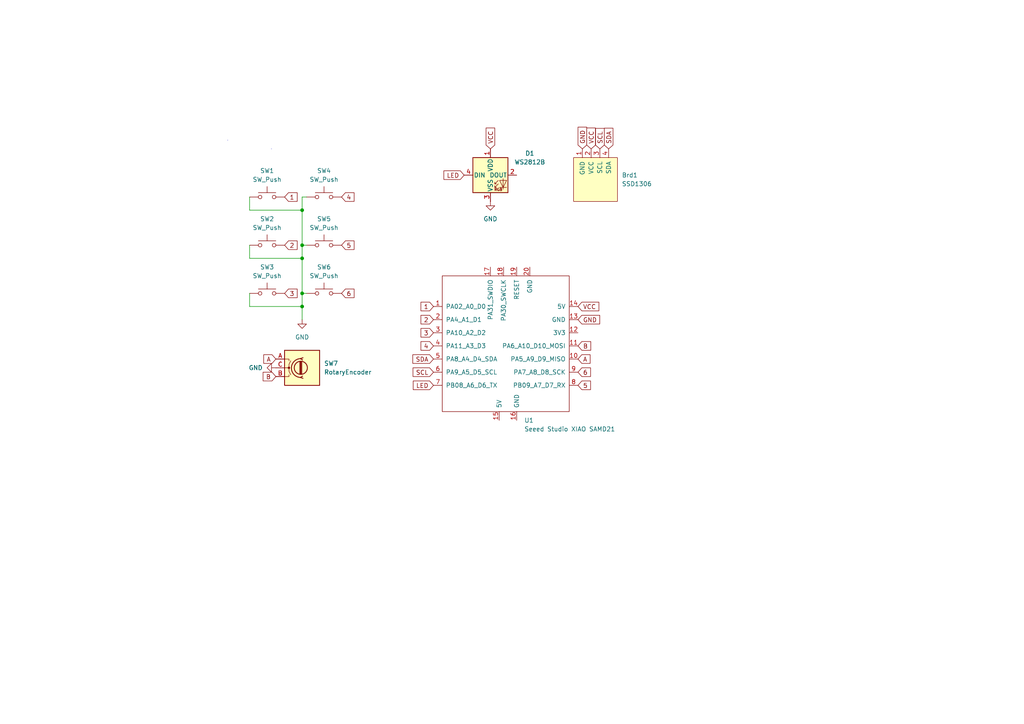
<source format=kicad_sch>
(kicad_sch (version 20231120) (generator "eeschema") (generator_version "8.0")
  (paper "A4")
  (lib_symbols
    (symbol "Device:RotaryEncoder" (pin_names (offset 0.254) hide)
      (property "Reference" "SW" (at 0 6.604 0))
      (property "Value" "RotaryEncoder" (at 0 -6.604 0))
      (symbol "RotaryEncoder_0_1"
        (rectangle (start -5.08 5.08) (end 5.08 -5.08) (stroke (width 0.254)) (fill (type background)))
        (circle (center -3.81 0) (radius 0.254) (fill (type outline)))
        (circle (center -0.381 0) (radius 1.905) (stroke (width 0.254)))
        (arc (start -0.381 2.667) (mid -3.0988 -0.0635) (end -0.381 -2.794) (stroke (width 0.254)))
        (polyline (pts (xy -0.635 -1.778) (xy -0.635 1.778)) (stroke (width 0.254)))
        (polyline (pts (xy -0.381 -1.778) (xy -0.381 1.778)) (stroke (width 0.254)))
        (polyline (pts (xy -0.127 1.778) (xy -0.127 -1.778)) (stroke (width 0.254)))
        (polyline (pts (xy -5.08 -2.54) (xy -3.81 -2.54) (xy -3.81 -2.032)))
        (polyline (pts (xy -5.08 2.54) (xy -3.81 2.54) (xy -3.81 2.032)))
        (polyline (pts (xy 0.254 -3.048) (xy -0.508 -2.794) (xy 0.127 -2.413)) (stroke (width 0.254)))
        (polyline (pts (xy 0.254 2.921) (xy -0.508 2.667) (xy 0.127 2.286)) (stroke (width 0.254)))
        (polyline (pts (xy -5.08 0) (xy -3.81 0) (xy -3.81 -1.016) (xy -3.302 -2.032)))
        (polyline (pts (xy -4.318 0) (xy -3.81 0) (xy -3.81 1.016) (xy -3.302 2.032)))
      )
      (symbol "RotaryEncoder_1_1"
        (pin passive line (at -7.62 2.54 0) (length 2.54) (name "A") (number "A"))
        (pin passive line (at -7.62 -2.54 0) (length 2.54) (name "B") (number "B"))
        (pin passive line (at -7.62 0 0) (length 2.54) (name "C") (number "C"))
      )
    )
    (symbol "LED:WS2812B" (pin_names (offset 0.254))
      (property "Reference" "D" (at 5.08 5.715 0))
      (property "Value" "WS2812B" (at 1.27 -5.715 0))
      (symbol "WS2812B_0_0"
        (text "RGB" (at 2.286 -4.191 0) (effects (font (size 0.762 0.762))))
      )
      (symbol "WS2812B_0_1"
        (polyline (pts (xy 1.27 -3.556) (xy 1.778 -3.556)))
        (polyline (pts (xy 1.27 -2.54) (xy 1.778 -2.54)))
        (polyline (pts (xy 4.699 -3.556) (xy 2.667 -3.556)))
        (polyline (pts (xy 2.286 -2.54) (xy 1.27 -3.556) (xy 1.27 -3.048)))
        (polyline (pts (xy 2.286 -1.524) (xy 1.27 -2.54) (xy 1.27 -2.032)))
        (polyline (pts (xy 3.683 -1.016) (xy 3.683 -3.556) (xy 3.683 -4.064)))
        (polyline (pts (xy 4.699 -1.524) (xy 2.667 -1.524) (xy 3.683 -3.556) (xy 4.699 -1.524)))
        (rectangle (start 5.08 5.08) (end -5.08 -5.08) (stroke (width 0.254)) (fill (type background)))
      )
      (symbol "WS2812B_1_1"
        (pin power_in line (at 0 7.62 270) (length 2.54) (name "VDD") (number "1"))
        (pin output line (at 7.62 0 180) (length 2.54) (name "DOUT") (number "2"))
        (pin power_in line (at 0 -7.62 90) (length 2.54) (name "VSS") (number "3"))
        (pin input line (at -7.62 0 0) (length 2.54) (name "DIN") (number "4"))
      )
    )
    (symbol "SSD1306-128x64_OLED:SSD1306" (pin_names (offset 1.016))
      (property "Reference" "Brd" (at 0 -3.81 0))
      (property "Value" "SSD1306" (at 0 -1.27 0))
      (symbol "SSD1306_0_1"
        (rectangle (start -6.35 6.35) (end 6.35 -6.35) (fill (type background)))
      )
      (symbol "SSD1306_1_1"
        (pin input line (at -3.81 8.89 270) (length 2.54) (name "GND") (number "1"))
        (pin input line (at -1.27 8.89 270) (length 2.54) (name "VCC") (number "2"))
        (pin input line (at 1.27 8.89 270) (length 2.54) (name "SCL") (number "3"))
        (pin input line (at 3.81 8.89 270) (length 2.54) (name "SDA") (number "4"))
      )
    )
    (symbol "Seeed_Studio_XIAO_Series:Seeed Studio XIAO SAMD21" (pin_names (offset 1.016))
      (property "Reference" "U" (at -19.05 22.86 0))
      (property "Value" "Seeed Studio XIAO SAMD21" (at -12.7 21.59 0))
      (symbol "Seeed Studio XIAO SAMD21_0_1"
        (rectangle (start -19.05 20.32) (end 17.78 -19.05))
      )
      (symbol "Seeed Studio XIAO SAMD21_1_1"
        (pin unspecified line (at -21.59 11.43 0) (length 2.54) (name "PA02_A0_D0") (number "1"))
        (pin unspecified line (at 20.32 -3.81 180) (length 2.54) (name "PA5_A9_D9_MISO") (number "10"))
        (pin unspecified line (at 20.32 0 180) (length 2.54) (name "PA6_A10_D10_MOSI") (number "11"))
        (pin unspecified line (at 20.32 3.81 180) (length 2.54) (name "3V3") (number "12"))
        (pin unspecified line (at 20.32 7.62 180) (length 2.54) (name "GND") (number "13"))
        (pin unspecified line (at 20.32 11.43 180) (length 2.54) (name "5V") (number "14"))
        (pin input line (at -2.54 -21.59 90) (length 2.54) (name "5V") (number "15"))
        (pin input line (at 2.54 -21.59 90) (length 2.54) (name "GND") (number "16"))
        (pin input line (at -5.08 22.86 270) (length 2.54) (name "PA31_SWDIO") (number "17"))
        (pin input line (at -1.27 22.86 270) (length 2.54) (name "PA30_SWCLK") (number "18"))
        (pin input line (at 2.54 22.86 270) (length 2.54) (name "RESET") (number "19"))
        (pin unspecified line (at -21.59 7.62 0) (length 2.54) (name "PA4_A1_D1") (number "2"))
        (pin input line (at 6.35 22.86 270) (length 2.54) (name "GND") (number "20"))
        (pin unspecified line (at -21.59 3.81 0) (length 2.54) (name "PA10_A2_D2") (number "3"))
        (pin unspecified line (at -21.59 0 0) (length 2.54) (name "PA11_A3_D3") (number "4"))
        (pin unspecified line (at -21.59 -3.81 0) (length 2.54) (name "PA8_A4_D4_SDA") (number "5"))
        (pin unspecified line (at -21.59 -7.62 0) (length 2.54) (name "PA9_A5_D5_SCL") (number "6"))
        (pin unspecified line (at -21.59 -11.43 0) (length 2.54) (name "PB08_A6_D6_TX") (number "7"))
        (pin unspecified line (at 20.32 -11.43 180) (length 2.54) (name "PB09_A7_D7_RX") (number "8"))
        (pin unspecified line (at 20.32 -7.62 180) (length 2.54) (name "PA7_A8_D8_SCK") (number "9"))
      )
    )
    (symbol "Switch:SW_Push" (pin_numbers hide) (pin_names (offset 1.016) hide)
      (property "Reference" "SW" (at 1.27 2.54 0))
      (property "Value" "SW_Push" (at 0 -1.524 0))
      (symbol "SW_Push_0_1"
        (circle (center -2.032 0) (radius 0.508))
        (polyline (pts (xy 0 1.27) (xy 0 3.048)))
        (polyline (pts (xy 2.54 1.27) (xy -2.54 1.27)))
        (circle (center 2.032 0) (radius 0.508))
        (pin passive line (at -5.08 0 0) (length 2.54) (name "1") (number "1"))
        (pin passive line (at 5.08 0 180) (length 2.54) (name "2") (number "2"))
      )
    )
    (symbol "power:GND" (power) (pin_numbers hide) (pin_names (offset 0) hide)
      (property "Value" "GND" (at 0 -3.81 0))
      (symbol "GND_0_1"
        (polyline (pts (xy 0 0) (xy 0 -1.27) (xy 1.27 -1.27) (xy 0 -2.54) (xy -1.27 -1.27) (xy 0 -1.27)))
      )
      (symbol "GND_1_1"
        (pin power_in line (at 0 0 270) (length 0) (name "~") (number "1"))
      )
    )
  )
  (junction (at 87.63 88.9))
  (junction (at 87.63 85.09))
  (junction (at 87.63 71.12))
  (junction (at 87.63 74.93))
  (junction (at 87.63 60.96))
  (wire (pts (xy 87.63 57.15) (xy 87.63 60.96)))
  (wire (pts (xy 88.9 57.15) (xy 87.63 57.15)))
  (wire (pts (xy 87.63 74.93) (xy 87.63 85.09)))
  (wire (pts (xy 88.9 71.12) (xy 87.63 71.12)))
  (wire (pts (xy 88.9 85.09) (xy 87.63 85.09)))
  (wire (pts (xy 72.39 88.9) (xy 87.63 88.9)))
  (wire (pts (xy 72.39 74.93) (xy 87.63 74.93)))
  (wire (pts (xy 87.63 60.96) (xy 87.63 71.12)))
  (wire (pts (xy 72.39 85.09) (xy 72.39 88.9)))
  (wire (pts (xy 72.39 71.12) (xy 72.39 74.93)))
  (wire (pts (xy 72.39 57.15) (xy 72.39 60.96)))
  (wire (pts (xy 87.63 85.09) (xy 87.63 88.9)))
  (wire (pts (xy 87.63 71.12) (xy 87.63 74.93)))
  (wire (pts (xy 72.39 60.96) (xy 87.63 60.96)))
  (wire (pts (xy 87.63 88.9) (xy 87.63 92.71)))
  (rectangle (start 78.74 43.18) (end 78.74 43.18))
  (rectangle (start 66.04 40.64) (end 66.04 40.64))
  (global_label "GND" (shape input) (at 167.64 92.71 0) (property "Intersheetrefs" "${INTERSHEET_REFS}" (effects (hide yes))))
  (global_label "A" (shape input) (at 167.64 104.14 0) (property "Intersheetrefs" "${INTERSHEET_REFS}" (effects (hide yes))))
  (global_label "SCL" (shape input) (at 173.99 43.18 90) (property "Intersheetrefs" "${INTERSHEET_REFS}" (effects (hide yes))))
  (global_label "5" (shape input) (at 99.06 71.12 0) (property "Intersheetrefs" "${INTERSHEET_REFS}" (effects (hide yes))))
  (global_label "LED" (shape input) (at 125.73 111.76 180) (property "Intersheetrefs" "${INTERSHEET_REFS}" (effects (hide yes))))
  (global_label "6" (shape input) (at 99.06 85.09 0) (property "Intersheetrefs" "${INTERSHEET_REFS}" (effects (hide yes))))
  (global_label "GND" (shape input) (at 168.91 43.18 90) (property "Intersheetrefs" "${INTERSHEET_REFS}" (effects (hide yes))))
  (global_label "4" (shape input) (at 99.06 57.15 0) (property "Intersheetrefs" "${INTERSHEET_REFS}" (effects (hide yes))))
  (global_label "SDA" (shape input) (at 125.73 104.14 180) (property "Intersheetrefs" "${INTERSHEET_REFS}" (effects (hide yes))))
  (global_label "1" (shape input) (at 125.73 88.9 180) (property "Intersheetrefs" "${INTERSHEET_REFS}" (effects (hide yes))))
  (global_label "3" (shape input) (at 82.55 85.09 0) (property "Intersheetrefs" "${INTERSHEET_REFS}" (effects (hide yes))))
  (global_label "B" (shape input) (at 167.64 100.33 0) (property "Intersheetrefs" "${INTERSHEET_REFS}" (effects (hide yes))))
  (global_label "VCC" (shape input) (at 171.45 43.18 90) (property "Intersheetrefs" "${INTERSHEET_REFS}" (effects (hide yes))))
  (global_label "B" (shape input) (at 80.01 109.22 180) (property "Intersheetrefs" "${INTERSHEET_REFS}" (effects (hide yes))))
  (global_label "5" (shape input) (at 167.64 111.76 0) (property "Intersheetrefs" "${INTERSHEET_REFS}" (effects (hide yes))))
  (global_label "VCC" (shape input) (at 142.24 43.18 90) (property "Intersheetrefs" "${INTERSHEET_REFS}" (effects (hide yes))))
  (global_label "SCL" (shape input) (at 125.73 107.95 180) (property "Intersheetrefs" "${INTERSHEET_REFS}" (effects (hide yes))))
  (global_label "2" (shape input) (at 82.55 71.12 0) (property "Intersheetrefs" "${INTERSHEET_REFS}" (effects (hide yes))))
  (global_label "6" (shape input) (at 167.64 107.95 0) (property "Intersheetrefs" "${INTERSHEET_REFS}" (effects (hide yes))))
  (global_label "A" (shape input) (at 80.01 104.14 180) (property "Intersheetrefs" "${INTERSHEET_REFS}" (effects (hide yes))))
  (global_label "LED" (shape input) (at 134.62 50.8 180) (property "Intersheetrefs" "${INTERSHEET_REFS}" (effects (hide yes))))
  (global_label "3" (shape input) (at 125.73 96.52 180) (property "Intersheetrefs" "${INTERSHEET_REFS}" (effects (hide yes))))
  (global_label "1" (shape input) (at 82.55 57.15 0) (property "Intersheetrefs" "${INTERSHEET_REFS}" (effects (hide yes))))
  (global_label "SDA" (shape input) (at 176.53 43.18 90) (property "Intersheetrefs" "${INTERSHEET_REFS}" (effects (hide yes))))
  (global_label "4" (shape input) (at 125.73 100.33 180) (property "Intersheetrefs" "${INTERSHEET_REFS}" (effects (hide yes))))
  (global_label "2" (shape input) (at 125.73 92.71 180) (property "Intersheetrefs" "${INTERSHEET_REFS}" (effects (hide yes))))
  (global_label "VCC" (shape input) (at 167.64 88.9 0) (property "Intersheetrefs" "${INTERSHEET_REFS}" (effects (hide yes))))
  (symbol (lib_id "power:GND") (at 142.24 58.42 0) (unit 1)
    (property "Reference" "#PWR03" (effects (hide yes)))
    (property "Value" "GND" (at 142.24 63.5 0))
    (property "Description" "Power symbol creates a global label with name \"GND\" , ground" (effects (hide yes)))
  )
  (symbol (lib_id "SSD1306-128x64_OLED:SSD1306") (at 172.72 52.07 0) (unit 1)
    (property "Reference" "Brd1" (at 180.34 50.7999 0) (effects (justify left)))
    (property "Value" "SSD1306" (at 180.34 53.3399 0) (effects (justify left)))
    (property "Footprint" "SSD1306:128x64OLED" (effects (hide yes)))
  )
  (symbol (lib_id "Seeed_Studio_XIAO_Series:Seeed Studio XIAO SAMD21") (at 147.32 100.33 0) (unit 1)
    (property "Reference" "U1" (at 152.0541 121.92 0) (effects (justify left)))
    (property "Value" "Seeed Studio XIAO SAMD21" (at 152.0541 124.46 0) (effects (justify left)))
    (property "Footprint" "Seeed Studio XIAO Series Library:XIAO-Generic-Thruhole-14P-2.54-21X17.8MM" (effects (hide yes)))
  )
  (symbol (lib_id "Switch:SW_Push") (at 93.98 85.09 0) (unit 1)
    (property "Reference" "SW6" (at 93.98 77.47 0))
    (property "Value" "SW_Push" (at 93.98 80.01 0))
    (property "Footprint" "Button_Switch_Keyboard:SW_Cherry_MX_1.00u_PCB" (effects (hide yes)))
    (property "Description" "Push button switch, generic, two pins" (effects (hide yes)))
  )
  (symbol (lib_id "LED:WS2812B") (at 142.24 50.8 0) (unit 1)
    (property "Reference" "D1" (at 153.67 44.4814 0))
    (property "Value" "WS2812B" (at 153.67 47.0214 0))
    (property "Footprint" "LED_SMD:LED_WS2812B_PLCC4_5.0x5.0mm_P3.2mm" (effects (hide yes)))
    (property "Datasheet" "https://cdn-shop.adafruit.com/datasheets/WS2812B.pdf" (effects (hide yes)))
    (property "Description" "RGB LED with integrated controller" (effects (hide yes)))
  )
  (symbol (lib_id "Switch:SW_Push") (at 93.98 71.12 0) (unit 1)
    (property "Reference" "SW5" (at 93.98 63.5 0))
    (property "Value" "SW_Push" (at 93.98 66.04 0))
    (property "Footprint" "Button_Switch_Keyboard:SW_Cherry_MX_1.00u_PCB" (effects (hide yes)))
    (property "Description" "Push button switch, generic, two pins" (effects (hide yes)))
  )
  (symbol (lib_id "Switch:SW_Push") (at 77.47 85.09 0) (unit 1)
    (property "Reference" "SW3" (at 77.47 77.47 0))
    (property "Value" "SW_Push" (at 77.47 80.01 0))
    (property "Footprint" "Button_Switch_Keyboard:SW_Cherry_MX_1.00u_PCB" (effects (hide yes)))
    (property "Description" "Push button switch, generic, two pins" (effects (hide yes)))
  )
  (symbol (lib_id "power:GND") (at 87.63 92.71 0) (unit 1)
    (property "Reference" "#PWR01" (effects (hide yes)))
    (property "Value" "GND" (at 87.63 97.79 0))
    (property "Description" "Power symbol creates a global label with name \"GND\" , ground" (effects (hide yes)))
  )
  (symbol (lib_id "Switch:SW_Push") (at 77.47 71.12 0) (unit 1)
    (property "Reference" "SW2" (at 77.47 63.5 0))
    (property "Value" "SW_Push" (at 77.47 66.04 0))
    (property "Footprint" "Button_Switch_Keyboard:SW_Cherry_MX_1.00u_PCB" (effects (hide yes)))
    (property "Description" "Push button switch, generic, two pins" (effects (hide yes)))
  )
  (symbol (lib_id "Switch:SW_Push") (at 93.98 57.15 0) (unit 1)
    (property "Reference" "SW4" (at 93.98 49.53 0))
    (property "Value" "SW_Push" (at 93.98 52.07 0))
    (property "Footprint" "Button_Switch_Keyboard:SW_Cherry_MX_1.00u_PCB" (effects (hide yes)))
    (property "Description" "Push button switch, generic, two pins" (effects (hide yes)))
  )
  (symbol (lib_id "power:GND") (at 80.01 106.68 270) (unit 1)
    (property "Reference" "#PWR02" (effects (hide yes)))
    (property "Value" "GND" (at 76.2 106.6799 90) (effects (justify right)))
    (property "Description" "Power symbol creates a global label with name \"GND\" , ground" (effects (hide yes)))
  )
  (symbol (lib_id "Device:RotaryEncoder") (at 87.63 106.68 0) (unit 1)
    (property "Reference" "SW7" (at 93.98 105.4099 0) (effects (justify left)))
    (property "Value" "RotaryEncoder" (at 93.98 107.9499 0) (effects (justify left)))
    (property "Footprint" "Rotary_Encoder:RotaryEncoder_Alps_EC11E-Switch_Vertical_H20mm" (effects (hide yes)))
    (property "Description" "Rotary encoder, dual channel, incremental quadrate outputs" (effects (hide yes)))
  )
  (symbol (lib_id "Switch:SW_Push") (at 77.47 57.15 0) (unit 1)
    (property "Reference" "SW1" (at 77.47 49.53 0))
    (property "Value" "SW_Push" (at 77.47 52.07 0))
    (property "Footprint" "Button_Switch_Keyboard:SW_Cherry_MX_1.00u_PCB" (effects (hide yes)))
    (property "Description" "Push button switch, generic, two pins" (effects (hide yes)))
  )
)
</source>
